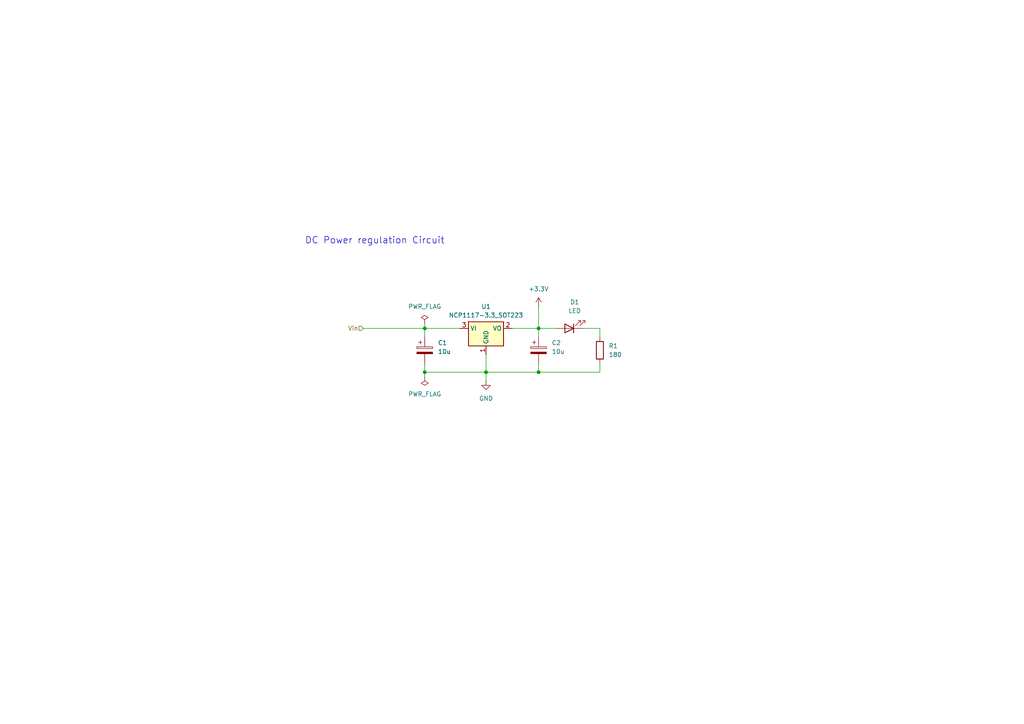
<source format=kicad_sch>
(kicad_sch (version 20250114) (generator "eeschema") (generator_version "9.0")
  (paper "A4")
  (title_block (date "2025-03-21") (rev "0") (company "キムラシール株式会社"))
  (lib_symbols
    (symbol "Device:C_Polarized" (pin_numbers (hide yes)) (pin_names (offset 0.254))
      (property "Reference" "C" (at 0.635 2.54 0))
      (property "Value" "C_Polarized" (at 0.635 -2.54 0))
      (symbol "C_Polarized_0_1"
        (rectangle (start -2.286 0.508) (end 2.286 1.016))
        (polyline (pts (xy -1.778 2.286) (xy -0.762 2.286)))
        (polyline (pts (xy -1.27 2.794) (xy -1.27 1.778)))
        (rectangle (start 2.286 -0.508) (end -2.286 -1.016) (fill (type outline)))
      )
      (symbol "C_Polarized_1_1"
        (pin passive line (at 0 3.81 270) (length 2.794) (name "~") (number "1"))
        (pin passive line (at 0 -3.81 90) (length 2.794) (name "~") (number "2"))
      )
    )
    (symbol "Device:LED" (pin_numbers (hide yes)) (pin_names (offset 1.016) (hide yes))
      (property "Reference" "D" (at 0 2.54 0))
      (property "Value" "LED" (at 0 -2.54 0))
      (symbol "LED_0_1"
        (polyline (pts (xy -3.048 -0.762) (xy -4.572 -2.286) (xy -3.81 -2.286) (xy -4.572 -2.286) (xy -4.572 -1.524)))
        (polyline (pts (xy -1.778 -0.762) (xy -3.302 -2.286) (xy -2.54 -2.286) (xy -3.302 -2.286) (xy -3.302 -1.524)))
        (polyline (pts (xy -1.27 0) (xy 1.27 0)))
        (polyline (pts (xy -1.27 -1.27) (xy -1.27 1.27)) (stroke (width 0.254)))
        (polyline (pts (xy 1.27 -1.27) (xy 1.27 1.27) (xy -1.27 0) (xy 1.27 -1.27)) (stroke (width 0.254)))
      )
      (symbol "LED_1_1"
        (pin passive line (at -3.81 0 0) (length 2.54) (name "K") (number "1"))
        (pin passive line (at 3.81 0 180) (length 2.54) (name "A") (number "2"))
      )
    )
    (symbol "Device:R" (pin_numbers (hide yes)) (pin_names (offset 0))
      (property "Reference" "R" (at 2.032 0 90))
      (property "Value" "R" (at 0 0 90))
      (symbol "R_0_1"
        (rectangle (start -1.016 -2.54) (end 1.016 2.54) (stroke (width 0.254)))
      )
      (symbol "R_1_1"
        (pin passive line (at 0 3.81 270) (length 1.27) (name "~") (number "1"))
        (pin passive line (at 0 -3.81 90) (length 1.27) (name "~") (number "2"))
      )
    )
    (symbol "Regulator_Linear:NCP1117-3.3_SOT223"
      (property "Reference" "U" (at -3.81 3.175 0))
      (property "Value" "NCP1117-3.3_SOT223" (at 0 3.175 0))
      (symbol "NCP1117-3.3_SOT223_0_1"
        (rectangle (start -5.08 -5.08) (end 5.08 1.905) (stroke (width 0.254)) (fill (type background)))
      )
      (symbol "NCP1117-3.3_SOT223_1_1"
        (pin power_in line (at -7.62 0 0) (length 2.54) (name "VI") (number "3"))
        (pin power_in line (at 0 -7.62 90) (length 2.54) (name "GND") (number "1"))
        (pin power_out line (at 7.62 0 180) (length 2.54) (name "VO") (number "2"))
      )
    )
    (symbol "power:+3.3V" (power) (pin_numbers (hide yes)) (pin_names (offset 0) (hide yes))
      (property "Value" "+3.3V" (at 0 3.556 0))
      (symbol "+3.3V_0_1"
        (polyline (pts (xy -0.762 1.27) (xy 0 2.54)))
        (polyline (pts (xy 0 2.54) (xy 0.762 1.27)))
        (polyline (pts (xy 0 0) (xy 0 2.54)))
      )
      (symbol "+3.3V_1_1"
        (pin power_in line (at 0 0 90) (length 0) (name "~") (number "1"))
      )
    )
    (symbol "power:GND" (power) (pin_numbers (hide yes)) (pin_names (offset 0) (hide yes))
      (property "Value" "GND" (at 0 -3.81 0))
      (symbol "GND_0_1"
        (polyline (pts (xy 0 0) (xy 0 -1.27) (xy 1.27 -1.27) (xy 0 -2.54) (xy -1.27 -1.27) (xy 0 -1.27)))
      )
      (symbol "GND_1_1"
        (pin power_in line (at 0 0 270) (length 0) (name "~") (number "1"))
      )
    )
    (symbol "power:PWR_FLAG" (power) (pin_numbers (hide yes)) (pin_names (offset 0) (hide yes))
      (property "Value" "PWR_FLAG" (at 0 3.81 0))
      (symbol "PWR_FLAG_0_0"
        (pin power_out line (at 0 0 90) (length 0) (name "~") (number "1"))
      )
      (symbol "PWR_FLAG_0_1"
        (polyline (pts (xy 0 0) (xy 0 1.27) (xy -1.016 1.905) (xy 0 2.54) (xy 1.016 1.905) (xy 0 1.27)))
      )
    )
  )
  (text "DC Power regulation Circuit" (at 108.712 69.85 0) (effects (font (size 1.905 1.905))))
  (junction (at 140.97 107.95))
  (junction (at 123.19 107.95))
  (junction (at 156.21 107.95))
  (junction (at 156.21 95.25))
  (junction (at 123.19 95.25))
  (wire (pts (xy 123.19 105.41) (xy 123.19 107.95)))
  (wire (pts (xy 156.21 107.95) (xy 173.99 107.95)))
  (wire (pts (xy 156.21 88.9) (xy 156.21 95.25)))
  (wire (pts (xy 105.41 95.25) (xy 123.19 95.25)))
  (wire (pts (xy 156.21 95.25) (xy 156.21 97.79)))
  (wire (pts (xy 133.35 95.25) (xy 123.19 95.25)))
  (wire (pts (xy 156.21 105.41) (xy 156.21 107.95)))
  (wire (pts (xy 148.59 95.25) (xy 156.21 95.25)))
  (wire (pts (xy 123.19 97.79) (xy 123.19 95.25)))
  (wire (pts (xy 123.19 93.98) (xy 123.19 95.25)))
  (wire (pts (xy 173.99 95.25) (xy 173.99 97.79)))
  (wire (pts (xy 156.21 95.25) (xy 161.29 95.25)))
  (wire (pts (xy 140.97 107.95) (xy 140.97 110.49)))
  (wire (pts (xy 123.19 107.95) (xy 140.97 107.95)))
  (wire (pts (xy 123.19 107.95) (xy 123.19 109.22)))
  (wire (pts (xy 140.97 102.87) (xy 140.97 107.95)))
  (wire (pts (xy 140.97 107.95) (xy 156.21 107.95)))
  (wire (pts (xy 168.91 95.25) (xy 173.99 95.25)))
  (wire (pts (xy 173.99 105.41) (xy 173.99 107.95)))
  (hierarchical_label "Vin" (shape input) (at 105.41 95.25 180))
  (symbol (lib_id "power:+3.3V") (at 156.21 88.9 0) (unit 1)
    (property "Reference" "#PWR010" (effects (hide yes)))
    (property "Value" "+3.3V" (at 156.21 83.82 0))
    (property "Description" "Power symbol creates a global label with name \"+3.3V\"" (effects (hide yes)))
  )
  (symbol (lib_id "Device:LED") (at 165.1 95.25 180) (unit 1)
    (property "Reference" "D1" (at 166.6875 87.63 0))
    (property "Value" "LED" (at 166.6875 90.17 0))
    (property "Footprint" "Custom_footprints:Lite On LTST-C190" (effects (hide yes)))
    (property "Description" "Light emitting diode" (effects (hide yes)))
    (property "Sim.Pins" "1=K 2=A" (effects (hide yes)))
  )
  (symbol (lib_id "Device:R") (at 173.99 101.6 180) (unit 1)
    (property "Reference" "R1" (at 176.53 100.3299 0) (effects (justify right)))
    (property "Value" "180" (at 176.53 102.8699 0) (effects (justify right)))
    (property "Footprint" "Custom_footprints:Yageo RC_L 0603" (effects (hide yes)))
    (property "Description" "Resistor" (effects (hide yes)))
  )
  (symbol (lib_id "power:PWR_FLAG") (at 123.19 93.98 0) (unit 1)
    (property "Reference" "#FLG01" (effects (hide yes)))
    (property "Value" "PWR_FLAG" (at 123.19 88.9 0))
    (property "Description" "Special symbol for telling ERC where power comes from" (effects (hide yes)))
  )
  (symbol (lib_id "power:GND") (at 140.97 110.49 0) (unit 1)
    (property "Reference" "#PWR09" (effects (hide yes)))
    (property "Value" "GND" (at 140.97 115.57 0))
    (property "Description" "Power symbol creates a global label with name \"GND\" , ground" (effects (hide yes)))
  )
  (symbol (lib_id "power:PWR_FLAG") (at 123.19 109.22 180) (unit 1)
    (property "Reference" "#FLG02" (effects (hide yes)))
    (property "Value" "PWR_FLAG" (at 123.19 114.3 0))
    (property "Description" "Special symbol for telling ERC where power comes from" (effects (hide yes)))
  )
  (symbol (lib_id "Device:C_Polarized") (at 123.19 101.6 0) (unit 1)
    (property "Reference" "C1" (at 127 99.4409 0) (effects (justify left)))
    (property "Value" "10u" (at 127 101.9809 0) (effects (justify left)))
    (property "Footprint" "Capacitor_SMD:CP_Elec_6.3x4.9" (effects (hide yes)))
    (property "Description" "Polarized capacitor" (effects (hide yes)))
  )
  (symbol (lib_id "Device:C_Polarized") (at 156.21 101.6 0) (unit 1)
    (property "Reference" "C2" (at 160.02 99.4409 0) (effects (justify left)))
    (property "Value" "10u" (at 160.02 101.9809 0) (effects (justify left)))
    (property "Footprint" "Capacitor_SMD:CP_Elec_6.3x4.9" (effects (hide yes)))
    (property "Description" "Polarized capacitor" (effects (hide yes)))
  )
  (symbol (lib_id "Regulator_Linear:NCP1117-3.3_SOT223") (at 140.97 95.25 0) (unit 1)
    (property "Reference" "U1" (at 140.97 88.9 0))
    (property "Value" "NCP1117-3.3_SOT223" (at 140.97 91.44 0))
    (property "Footprint" "Package_TO_SOT_SMD:SOT-223-3_TabPin2" (effects (hide yes)))
    (property "Datasheet" "http://www.onsemi.com/pub_link/Collateral/NCP1117-D.PDF" (effects (hide yes)))
    (property "Description" "1A Low drop-out regulator, Fixed Output 3.3V, SOT-223" (effects (hide yes)))
  )
)
</source>
